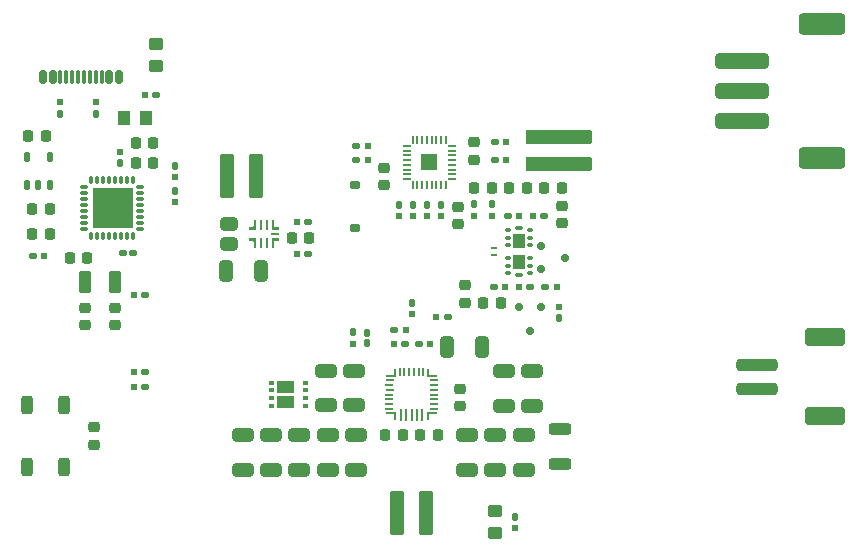
<source format=gbr>
%TF.GenerationSoftware,KiCad,Pcbnew,8.0.8+1*%
%TF.CreationDate,2025-01-21T14:06:51-05:00*%
%TF.ProjectId,powerSupplyBoard,706f7765-7253-4757-9070-6c79426f6172,02*%
%TF.SameCoordinates,Original*%
%TF.FileFunction,Paste,Top*%
%TF.FilePolarity,Positive*%
%FSLAX46Y46*%
G04 Gerber Fmt 4.6, Leading zero omitted, Abs format (unit mm)*
G04 Created by KiCad (PCBNEW 8.0.8+1) date 2025-01-21 14:06:51*
%MOMM*%
%LPD*%
G01*
G04 APERTURE LIST*
G04 Aperture macros list*
%AMRoundRect*
0 Rectangle with rounded corners*
0 $1 Rounding radius*
0 $2 $3 $4 $5 $6 $7 $8 $9 X,Y pos of 4 corners*
0 Add a 4 corners polygon primitive as box body*
4,1,4,$2,$3,$4,$5,$6,$7,$8,$9,$2,$3,0*
0 Add four circle primitives for the rounded corners*
1,1,$1+$1,$2,$3*
1,1,$1+$1,$4,$5*
1,1,$1+$1,$6,$7*
1,1,$1+$1,$8,$9*
0 Add four rect primitives between the rounded corners*
20,1,$1+$1,$2,$3,$4,$5,0*
20,1,$1+$1,$4,$5,$6,$7,0*
20,1,$1+$1,$6,$7,$8,$9,0*
20,1,$1+$1,$8,$9,$2,$3,0*%
%AMFreePoly0*
4,1,27,0.419134,0.596194,0.435355,0.585355,0.446194,0.569134,0.450000,0.550000,0.450000,-0.050000,0.446194,-0.069134,0.435355,-0.085355,0.419134,-0.096194,0.400000,-0.100000,-0.400000,-0.100000,-0.419134,-0.096194,-0.435355,-0.085355,-0.446194,-0.069134,-0.450000,-0.050000,-0.450000,0.050000,-0.446194,0.069134,-0.435355,0.085355,-0.419134,0.096194,-0.400000,0.100000,0.250000,0.100000,
0.250000,0.550000,0.253806,0.569134,0.264645,0.585355,0.280866,0.596194,0.300000,0.600000,0.400000,0.600000,0.419134,0.596194,0.419134,0.596194,$1*%
%AMFreePoly1*
4,1,27,0.419134,0.096194,0.435355,0.085355,0.446194,0.069134,0.450000,0.050000,0.450000,-0.550000,0.446194,-0.569134,0.435355,-0.585355,0.419134,-0.596194,0.400000,-0.600000,0.300000,-0.600000,0.280866,-0.596194,0.264645,-0.585355,0.253806,-0.569134,0.250000,-0.550000,0.250000,-0.100000,-0.400000,-0.100000,-0.419134,-0.096194,-0.435355,-0.085355,-0.446194,-0.069134,-0.450000,-0.050000,
-0.450000,0.050000,-0.446194,0.069134,-0.435355,0.085355,-0.419134,0.096194,-0.400000,0.100000,0.400000,0.100000,0.419134,0.096194,0.419134,0.096194,$1*%
%AMFreePoly2*
4,1,27,0.419134,0.096194,0.435355,0.085355,0.446194,0.069134,0.450000,0.050000,0.450000,-0.050000,0.446194,-0.069134,0.435355,-0.085355,0.419134,-0.096194,0.400000,-0.100000,-0.250000,-0.100000,-0.250000,-0.550000,-0.253806,-0.569134,-0.264645,-0.585355,-0.280866,-0.596194,-0.300000,-0.600000,-0.400000,-0.600000,-0.419134,-0.596194,-0.435355,-0.585355,-0.446194,-0.569134,-0.450000,-0.550000,
-0.450000,0.050000,-0.446194,0.069134,-0.435355,0.085355,-0.419134,0.096194,-0.400000,0.100000,0.400000,0.100000,0.419134,0.096194,0.419134,0.096194,$1*%
%AMFreePoly3*
4,1,27,-0.280866,0.596194,-0.264645,0.585355,-0.253806,0.569134,-0.250000,0.550000,-0.250000,0.100000,0.400000,0.100000,0.419134,0.096194,0.435355,0.085355,0.446194,0.069134,0.450000,0.050000,0.450000,-0.050000,0.446194,-0.069134,0.435355,-0.085355,0.419134,-0.096194,0.400000,-0.100000,-0.400000,-0.100000,-0.419134,-0.096194,-0.435355,-0.085355,-0.446194,-0.069134,-0.450000,-0.050000,
-0.450000,0.550000,-0.446194,0.569134,-0.435355,0.585355,-0.419134,0.596194,-0.400000,0.600000,-0.300000,0.600000,-0.280866,0.596194,-0.280866,0.596194,$1*%
%AMFreePoly4*
4,1,45,0.398918,0.120242,0.419194,0.106694,0.432742,0.086418,0.437500,0.062500,0.437500,-0.062500,0.432742,-0.086418,0.419194,-0.106694,0.398918,-0.120242,0.387500,-0.122513,0.387500,-0.457574,0.386539,-0.467331,0.384682,-0.476664,0.377216,-0.494688,0.374720,-0.498424,0.360925,-0.512219,0.357188,-0.514716,0.339164,-0.522182,0.329830,-0.524039,0.320075,-0.525000,0.204926,-0.525000,
0.195169,-0.524039,0.185836,-0.522182,0.167812,-0.514716,0.164076,-0.512220,0.150281,-0.498425,0.147784,-0.494688,0.140318,-0.476664,0.138461,-0.467330,0.137500,-0.457575,0.137500,-0.175000,0.135597,-0.155078,0.107500,-0.126903,0.087500,-0.125000,-0.375000,-0.125000,-0.398918,-0.120242,-0.419194,-0.106694,-0.432742,-0.086418,-0.437500,-0.062500,-0.437500,0.062500,-0.432742,0.086418,
-0.419194,0.106694,-0.398918,0.120242,-0.375000,0.125000,0.375000,0.125000,0.398918,0.120242,0.398918,0.120242,$1*%
%AMFreePoly5*
4,1,45,0.398918,0.120242,0.419194,0.106694,0.432742,0.086418,0.437500,0.062500,0.437500,-0.062500,0.432742,-0.086418,0.419194,-0.106694,0.398918,-0.120242,0.375000,-0.125000,-0.087500,-0.125000,-0.107500,-0.126903,-0.135597,-0.155078,-0.137500,-0.175000,-0.137500,-0.457575,-0.138461,-0.467330,-0.140318,-0.476664,-0.147784,-0.494688,-0.150281,-0.498425,-0.164076,-0.512220,-0.167812,-0.514716,
-0.185836,-0.522182,-0.195169,-0.524039,-0.204926,-0.525000,-0.320075,-0.525000,-0.329830,-0.524039,-0.339164,-0.522182,-0.357188,-0.514716,-0.360925,-0.512219,-0.374720,-0.498424,-0.377216,-0.494688,-0.384682,-0.476664,-0.386539,-0.467331,-0.387500,-0.457574,-0.387500,-0.122513,-0.398918,-0.120242,-0.419194,-0.106694,-0.432742,-0.086418,-0.437500,-0.062500,-0.437500,0.062500,-0.432742,0.086418,
-0.419194,0.106694,-0.398918,0.120242,-0.375000,0.125000,0.375000,0.125000,0.398918,0.120242,0.398918,0.120242,$1*%
%AMFreePoly6*
4,1,28,-0.201082,0.520242,-0.180806,0.506694,-0.167258,0.486418,-0.162500,0.462500,-0.162500,0.125000,0.350000,0.125000,0.373918,0.120242,0.394194,0.106694,0.407742,0.086418,0.412500,0.062500,0.412500,-0.062500,0.407742,-0.086418,0.394194,-0.106694,0.373918,-0.120242,0.350000,-0.125000,0.000000,-0.125000,-0.350000,-0.125000,-0.373918,-0.120242,-0.394194,-0.106694,-0.407742,-0.086418,
-0.412500,-0.062500,-0.412500,0.462500,-0.407742,0.486418,-0.394194,0.506694,-0.373918,0.520242,-0.350000,0.525000,-0.225000,0.525000,-0.201082,0.520242,-0.201082,0.520242,$1*%
%AMFreePoly7*
4,1,28,0.373918,0.520242,0.394194,0.506694,0.407742,0.486418,0.412500,0.462500,0.412500,-0.062500,0.407742,-0.086418,0.394194,-0.106694,0.373918,-0.120242,0.350000,-0.125000,0.000000,-0.125000,-0.350000,-0.125000,-0.373918,-0.120242,-0.394194,-0.106694,-0.407742,-0.086418,-0.412500,-0.062500,-0.412500,0.062500,-0.407742,0.086418,-0.394194,0.106694,-0.373918,0.120242,-0.350000,0.125000,
0.162500,0.125000,0.162500,0.462500,0.167258,0.486418,0.180806,0.506694,0.201082,0.520242,0.225000,0.525000,0.350000,0.525000,0.373918,0.520242,0.373918,0.520242,$1*%
G04 Aperture macros list end*
%ADD10RoundRect,0.275880X0.274120X-0.674120X0.274120X0.674120X-0.274120X0.674120X-0.274120X-0.674120X0*%
%ADD11RoundRect,0.137500X-0.137500X-0.152500X0.137500X-0.152500X0.137500X0.152500X-0.137500X0.152500X0*%
%ADD12RoundRect,0.145000X-0.155000X-0.145000X0.155000X-0.145000X0.155000X0.145000X-0.155000X0.145000X0*%
%ADD13RoundRect,0.217750X-0.267250X0.217750X-0.267250X-0.217750X0.267250X-0.217750X0.267250X0.217750X0*%
%ADD14RoundRect,0.275000X0.350000X-0.275000X0.350000X0.275000X-0.350000X0.275000X-0.350000X-0.275000X0*%
%ADD15RoundRect,0.137500X0.137500X0.152500X-0.137500X0.152500X-0.137500X-0.152500X0.137500X-0.152500X0*%
%ADD16RoundRect,0.145000X0.155000X0.145000X-0.155000X0.145000X-0.155000X-0.145000X0.155000X-0.145000X0*%
%ADD17RoundRect,0.217750X-0.217750X-0.267250X0.217750X-0.267250X0.217750X0.267250X-0.217750X0.267250X0*%
%ADD18RoundRect,0.137500X0.152500X-0.137500X0.152500X0.137500X-0.152500X0.137500X-0.152500X-0.137500X0*%
%ADD19RoundRect,0.145000X0.145000X-0.155000X0.145000X0.155000X-0.145000X0.155000X-0.145000X-0.155000X0*%
%ADD20RoundRect,0.217750X0.217750X0.267250X-0.217750X0.267250X-0.217750X-0.267250X0.217750X-0.267250X0*%
%ADD21RoundRect,0.217750X0.267250X-0.217750X0.267250X0.217750X-0.267250X0.217750X-0.267250X-0.217750X0*%
%ADD22RoundRect,0.291250X-0.616250X0.291250X-0.616250X-0.291250X0.616250X-0.291250X0.616250X0.291250X0*%
%ADD23RoundRect,0.250000X-2.575000X0.375000X-2.575000X-0.375000X2.575000X-0.375000X2.575000X0.375000X0*%
%ADD24RoundRect,0.150000X-0.150000X0.425000X-0.150000X-0.425000X0.150000X-0.425000X0.150000X0.425000X0*%
%ADD25RoundRect,0.075000X-0.075000X0.500000X-0.075000X-0.500000X0.075000X-0.500000X0.075000X0.500000X0*%
%ADD26RoundRect,0.275000X-0.350000X0.275000X-0.350000X-0.275000X0.350000X-0.275000X0.350000X0.275000X0*%
%ADD27RoundRect,0.291250X0.616250X-0.291250X0.616250X0.291250X-0.616250X0.291250X-0.616250X-0.291250X0*%
%ADD28RoundRect,0.137500X-0.152500X0.137500X-0.152500X-0.137500X0.152500X-0.137500X0.152500X0.137500X0*%
%ADD29RoundRect,0.145000X-0.145000X0.155000X-0.145000X-0.155000X0.145000X-0.155000X0.145000X0.155000X0*%
%ADD30RoundRect,0.145000X0.145000X-0.167500X0.145000X0.167500X-0.145000X0.167500X-0.145000X-0.167500X0*%
%ADD31RoundRect,0.062500X-0.187500X0.062500X-0.187500X-0.062500X0.187500X-0.062500X0.187500X0.062500X0*%
%ADD32RoundRect,0.087500X0.127500X0.087500X-0.127500X0.087500X-0.127500X-0.087500X0.127500X-0.087500X0*%
%ADD33RoundRect,0.275000X0.275000X0.350000X-0.275000X0.350000X-0.275000X-0.350000X0.275000X-0.350000X0*%
%ADD34RoundRect,0.087500X0.242500X0.087500X-0.242500X0.087500X-0.242500X-0.087500X0.242500X-0.087500X0*%
%ADD35FreePoly0,180.000000*%
%ADD36RoundRect,0.050000X0.250000X0.050000X-0.250000X0.050000X-0.250000X-0.050000X0.250000X-0.050000X0*%
%ADD37FreePoly1,180.000000*%
%ADD38RoundRect,0.050000X-0.050000X0.250000X-0.050000X-0.250000X0.050000X-0.250000X0.050000X0.250000X0*%
%ADD39FreePoly2,180.000000*%
%ADD40RoundRect,0.050000X-0.300000X-0.050000X0.300000X-0.050000X0.300000X0.050000X-0.300000X0.050000X0*%
%ADD41RoundRect,0.050000X-0.275000X-0.050000X0.275000X-0.050000X0.275000X0.050000X-0.275000X0.050000X0*%
%ADD42RoundRect,0.050000X-0.290000X-0.050000X0.290000X-0.050000X0.290000X0.050000X-0.290000X0.050000X0*%
%ADD43RoundRect,0.050000X-0.250000X-0.050000X0.250000X-0.050000X0.250000X0.050000X-0.250000X0.050000X0*%
%ADD44FreePoly3,180.000000*%
%ADD45RoundRect,0.050000X0.050000X-0.450000X0.050000X0.450000X-0.050000X0.450000X-0.050000X-0.450000X0*%
%ADD46RoundRect,0.050000X0.050000X-0.425000X0.050000X0.425000X-0.050000X0.425000X-0.050000X-0.425000X0*%
%ADD47RoundRect,0.278750X-0.453750X0.278750X-0.453750X-0.278750X0.453750X-0.278750X0.453750X0.278750X0*%
%ADD48RoundRect,0.150000X-0.200000X-0.150000X0.200000X-0.150000X0.200000X0.150000X-0.200000X0.150000X0*%
%ADD49RoundRect,0.250000X0.350000X-1.650000X0.350000X1.650000X-0.350000X1.650000X-0.350000X-1.650000X0*%
%ADD50RoundRect,0.250000X1.500000X-0.250000X1.500000X0.250000X-1.500000X0.250000X-1.500000X-0.250000X0*%
%ADD51RoundRect,0.250000X1.450000X-0.500000X1.450000X0.500000X-1.450000X0.500000X-1.450000X-0.500000X0*%
%ADD52RoundRect,0.137500X-0.137500X0.262500X-0.137500X-0.262500X0.137500X-0.262500X0.137500X0.262500X0*%
%ADD53RoundRect,0.062500X-0.062500X0.375000X-0.062500X-0.375000X0.062500X-0.375000X0.062500X0.375000X0*%
%ADD54FreePoly4,270.000000*%
%ADD55FreePoly5,270.000000*%
%ADD56FreePoly6,270.000000*%
%ADD57RoundRect,0.062500X-0.262500X-0.062500X0.262500X-0.062500X0.262500X0.062500X-0.262500X0.062500X0*%
%ADD58FreePoly7,270.000000*%
%ADD59RoundRect,0.087500X-0.127500X-0.087500X0.127500X-0.087500X0.127500X0.087500X-0.127500X0.087500X0*%
%ADD60RoundRect,0.275000X-0.275000X-0.350000X0.275000X-0.350000X0.275000X0.350000X-0.275000X0.350000X0*%
%ADD61RoundRect,0.087500X-0.242500X-0.087500X0.242500X-0.087500X0.242500X0.087500X-0.242500X0.087500X0*%
%ADD62RoundRect,0.150000X-0.150000X0.200000X-0.150000X-0.200000X0.150000X-0.200000X0.150000X0.200000X0*%
%ADD63RoundRect,0.250000X0.700000X-0.250000X0.700000X0.250000X-0.700000X0.250000X-0.700000X-0.250000X0*%
%ADD64RoundRect,0.250000X2.000000X-0.400000X2.000000X0.400000X-2.000000X0.400000X-2.000000X-0.400000X0*%
%ADD65RoundRect,0.250000X1.700000X-0.650000X1.700000X0.650000X-1.700000X0.650000X-1.700000X-0.650000X0*%
%ADD66RoundRect,0.190000X0.205000X-0.190000X0.205000X0.190000X-0.205000X0.190000X-0.205000X-0.190000X0*%
%ADD67RoundRect,0.250000X-0.250000X0.525000X-0.250000X-0.525000X0.250000X-0.525000X0.250000X0.525000X0*%
%ADD68RoundRect,0.291250X-0.291250X-0.616250X0.291250X-0.616250X0.291250X0.616250X-0.291250X0.616250X0*%
%ADD69RoundRect,0.050000X0.050000X-0.250000X0.050000X0.250000X-0.050000X0.250000X-0.050000X-0.250000X0*%
%ADD70RoundRect,0.050000X0.650000X0.650000X-0.650000X0.650000X-0.650000X-0.650000X0.650000X-0.650000X0*%
%ADD71RoundRect,0.291250X0.291250X0.616250X-0.291250X0.616250X-0.291250X-0.616250X0.291250X-0.616250X0*%
%ADD72RoundRect,0.145000X-0.167500X-0.145000X0.167500X-0.145000X0.167500X0.145000X-0.167500X0.145000X0*%
%ADD73RoundRect,0.075000X0.075000X-0.225000X0.075000X0.225000X-0.075000X0.225000X-0.075000X-0.225000X0*%
%ADD74RoundRect,0.075000X-0.225000X-0.075000X0.225000X-0.075000X0.225000X0.075000X-0.225000X0.075000X0*%
%ADD75RoundRect,0.075000X0.225000X0.075000X-0.225000X0.075000X-0.225000X-0.075000X0.225000X-0.075000X0*%
%ADD76RoundRect,0.250000X-1.475000X1.475000X-1.475000X-1.475000X1.475000X-1.475000X1.475000X1.475000X0*%
G04 APERTURE END LIST*
%TO.C,Q1*%
G36*
X132905000Y-115170000D02*
G01*
X133355000Y-115170000D01*
X133355000Y-114830000D01*
X132905000Y-114830000D01*
X132905000Y-115170000D01*
G37*
G36*
X132905000Y-115820000D02*
G01*
X133355000Y-115820000D01*
X133355000Y-115480000D01*
X132905000Y-115480000D01*
X132905000Y-115820000D01*
G37*
G36*
X132905000Y-116470000D02*
G01*
X133355000Y-116470000D01*
X133355000Y-116130000D01*
X132905000Y-116130000D01*
X132905000Y-116470000D01*
G37*
G36*
X132905000Y-117120000D02*
G01*
X133355000Y-117120000D01*
X133355000Y-116780000D01*
X132905000Y-116780000D01*
X132905000Y-117120000D01*
G37*
G36*
X133580000Y-115850000D02*
G01*
X135025000Y-115850000D01*
X135025000Y-114830000D01*
X133580000Y-114830000D01*
X133580000Y-115850000D01*
G37*
G36*
X133580000Y-117120000D02*
G01*
X135025000Y-117120000D01*
X135025000Y-116100000D01*
X133580000Y-116100000D01*
X133580000Y-117120000D01*
G37*
G36*
X135775000Y-115170000D02*
G01*
X136225000Y-115170000D01*
X136225000Y-114830000D01*
X135775000Y-114830000D01*
X135775000Y-115170000D01*
G37*
G36*
X135775000Y-115820000D02*
G01*
X136225000Y-115820000D01*
X136225000Y-115480000D01*
X135775000Y-115480000D01*
X135775000Y-115820000D01*
G37*
G36*
X135775000Y-116470000D02*
G01*
X136225000Y-116470000D01*
X136225000Y-116130000D01*
X135775000Y-116130000D01*
X135775000Y-116470000D01*
G37*
G36*
X135775000Y-117120000D02*
G01*
X136225000Y-117120000D01*
X136225000Y-116780000D01*
X135775000Y-116780000D01*
X135775000Y-117120000D01*
G37*
%TD*%
D10*
%TO.C,Y1*%
X117350000Y-106500000D03*
X119850000Y-106500000D03*
%TD*%
D11*
%TO.C,R26*%
X155250000Y-100900000D03*
D12*
X156205000Y-100900000D03*
%TD*%
D13*
%TO.C,C9*%
X119850000Y-108650000D03*
X119850000Y-110150000D03*
%TD*%
%TO.C,C36*%
X157700000Y-100000000D03*
X157700000Y-101500000D03*
%TD*%
D14*
%TO.C,D3*%
X152100000Y-125850000D03*
X152100000Y-127750000D03*
%TD*%
D15*
%TO.C,R10*%
X146590000Y-111700000D03*
D16*
X145635000Y-111700000D03*
%TD*%
D17*
%TO.C,C35*%
X156200000Y-98500000D03*
X157700000Y-98500000D03*
%TD*%
D18*
%TO.C,R11*%
X140000000Y-111690000D03*
D19*
X140000000Y-110735000D03*
%TD*%
D20*
%TO.C,C6*%
X114350000Y-102400000D03*
X112850000Y-102400000D03*
%TD*%
D21*
%TO.C,C32*%
X148900000Y-101600000D03*
X148900000Y-100100000D03*
%TD*%
D22*
%TO.C,C23*%
X149700000Y-119425000D03*
X149700000Y-122375000D03*
%TD*%
D18*
%TO.C,R17*%
X151775000Y-100855000D03*
D19*
X151775000Y-99900000D03*
%TD*%
D11*
%TO.C,R13*%
X147110000Y-109400000D03*
D12*
X148065000Y-109400000D03*
%TD*%
D23*
%TO.C,R19*%
X157500000Y-94225000D03*
X157500000Y-96475000D03*
%TD*%
D15*
%TO.C,R25*%
X154105000Y-100900000D03*
D16*
X153150000Y-100900000D03*
%TD*%
D24*
%TO.C,J1*%
X120200000Y-89150000D03*
X119400000Y-89150000D03*
D25*
X118250000Y-89150000D03*
X117250000Y-89150000D03*
X116750000Y-89150000D03*
X115750000Y-89150000D03*
D24*
X114600000Y-89150000D03*
X113800000Y-89150000D03*
X113800000Y-89150000D03*
X114600000Y-89150000D03*
D25*
X115250000Y-89150000D03*
X116250000Y-89150000D03*
X117750000Y-89150000D03*
X118750000Y-89150000D03*
D24*
X119400000Y-89150000D03*
X120200000Y-89150000D03*
%TD*%
D18*
%TO.C,R27*%
X147500000Y-100925000D03*
D19*
X147500000Y-99970000D03*
%TD*%
D15*
%TO.C,R23*%
X141290000Y-94950000D03*
D16*
X140335000Y-94950000D03*
%TD*%
D15*
%TO.C,R24*%
X141290000Y-96150000D03*
D16*
X140335000Y-96150000D03*
%TD*%
D22*
%TO.C,C29*%
X140300000Y-119425000D03*
X140300000Y-122375000D03*
%TD*%
D21*
%TO.C,C13*%
X149100000Y-117000000D03*
X149100000Y-115500000D03*
%TD*%
D26*
%TO.C,D1*%
X123400000Y-88200000D03*
X123400000Y-86300000D03*
%TD*%
D22*
%TO.C,C21*%
X152100000Y-119425000D03*
X152100000Y-122375000D03*
%TD*%
D27*
%TO.C,C26*%
X137750000Y-116925000D03*
X137750000Y-113975000D03*
%TD*%
D18*
%TO.C,R12*%
X145050000Y-109190000D03*
D19*
X145050000Y-108235000D03*
%TD*%
D28*
%TO.C,R33*%
X157500000Y-108600000D03*
D29*
X157500000Y-109555000D03*
%TD*%
D30*
%TO.C,C17*%
X141250000Y-111637000D03*
X141250000Y-110763000D03*
%TD*%
D28*
%TO.C,R2*%
X115250000Y-91260000D03*
D29*
X115250000Y-92215000D03*
%TD*%
D31*
%TO.C,TH1*%
X151950000Y-103575000D03*
X151950000Y-104225000D03*
%TD*%
D17*
%TO.C,C5*%
X121650000Y-96400000D03*
X123150000Y-96400000D03*
%TD*%
D27*
%TO.C,C12*%
X155200000Y-116975000D03*
X155200000Y-114025000D03*
%TD*%
D17*
%TO.C,C40*%
X134850000Y-102750000D03*
X136350000Y-102750000D03*
%TD*%
D21*
%TO.C,C34*%
X142700000Y-98300000D03*
X142700000Y-96800000D03*
%TD*%
D32*
%TO.C,Q4*%
X155050000Y-104435000D03*
X155050000Y-105085000D03*
X155050000Y-105735000D03*
X153150000Y-105735000D03*
X153150000Y-105085000D03*
X153150000Y-104435000D03*
D33*
X154100000Y-104800000D03*
D34*
X154100000Y-105860000D03*
%TD*%
D35*
%TO.C,U3*%
X146750000Y-117600000D03*
D36*
X146900000Y-117200000D03*
X146900000Y-116800000D03*
X146900000Y-116400000D03*
X146900000Y-116000000D03*
X146900000Y-115600000D03*
X146900000Y-115200000D03*
X146900000Y-114800000D03*
D37*
X146750000Y-114400000D03*
D38*
X146000000Y-114100000D03*
X145600000Y-114100000D03*
X145200000Y-114100000D03*
X144800000Y-114100000D03*
X144400000Y-114100000D03*
X144000000Y-114100000D03*
D39*
X143250000Y-114400000D03*
D40*
X143150000Y-114800000D03*
D41*
X143125000Y-115200000D03*
D42*
X143137500Y-115600000D03*
D43*
X143100000Y-116000000D03*
X143100000Y-116400000D03*
X143100000Y-116800000D03*
X143100000Y-117200000D03*
D44*
X143250000Y-117600000D03*
D45*
X144100000Y-117700000D03*
X144550000Y-117700000D03*
X145000000Y-117700000D03*
X145450000Y-117700000D03*
D46*
X145900000Y-117725000D03*
%TD*%
D22*
%TO.C,C22*%
X137900000Y-119425000D03*
X137900000Y-122375000D03*
%TD*%
D11*
%TO.C,R8*%
X121510000Y-107600000D03*
D12*
X122465000Y-107600000D03*
%TD*%
D18*
%TO.C,R31*%
X145100000Y-100925000D03*
D19*
X145100000Y-99970000D03*
%TD*%
D22*
%TO.C,C25*%
X154500000Y-119425000D03*
X154500000Y-122375000D03*
%TD*%
D17*
%TO.C,C1*%
X112550000Y-94150000D03*
X114050000Y-94150000D03*
%TD*%
D47*
%TO.C,C41*%
X129525000Y-101550000D03*
X129525000Y-103250000D03*
%TD*%
D48*
%TO.C,Q3*%
X156000000Y-103450000D03*
X156000000Y-105350000D03*
X158000000Y-104400000D03*
%TD*%
D11*
%TO.C,R3*%
X122445000Y-90600000D03*
D12*
X123400000Y-90600000D03*
%TD*%
D20*
%TO.C,C4*%
X117550000Y-104400000D03*
X116050000Y-104400000D03*
%TD*%
D11*
%TO.C,R35*%
X135260000Y-104125000D03*
D12*
X136215000Y-104125000D03*
%TD*%
D15*
%TO.C,R34*%
X152940000Y-106900000D03*
D16*
X151985000Y-106900000D03*
%TD*%
D49*
%TO.C,L1*%
X146225000Y-126000000D03*
X143775000Y-126000000D03*
%TD*%
D17*
%TO.C,C18*%
X142750000Y-119400000D03*
X144250000Y-119400000D03*
%TD*%
D15*
%TO.C,R5*%
X113890000Y-104300000D03*
D16*
X112935000Y-104300000D03*
%TD*%
D15*
%TO.C,R29*%
X157290000Y-106900000D03*
D16*
X156335000Y-106900000D03*
%TD*%
D33*
%TO.C,D2*%
X120650000Y-92600000D03*
X122550000Y-92600000D03*
%TD*%
D50*
%TO.C,J4*%
X174250000Y-115500000D03*
X174250000Y-113500000D03*
D51*
X180000000Y-117850000D03*
X180000000Y-111150000D03*
%TD*%
D49*
%TO.C,L2*%
X131825000Y-97500000D03*
X129375000Y-97500000D03*
%TD*%
D52*
%TO.C,U1*%
X114350000Y-95900000D03*
X112450000Y-95900000D03*
X112450000Y-98300000D03*
X113400000Y-98300000D03*
X114350000Y-98300000D03*
%TD*%
D53*
%TO.C,U5*%
X132750000Y-101637500D03*
X132250000Y-101637500D03*
D54*
X131750000Y-101637500D03*
D55*
X131750000Y-103162500D03*
D53*
X132250000Y-103162500D03*
X132750000Y-103162500D03*
D56*
X133250000Y-103182500D03*
D57*
X133450000Y-102400000D03*
D58*
X133250000Y-101617500D03*
%TD*%
D15*
%TO.C,R22*%
X152990000Y-96100000D03*
D16*
X152035000Y-96100000D03*
%TD*%
D11*
%TO.C,R6*%
X121500000Y-115350000D03*
D12*
X122455000Y-115350000D03*
%TD*%
D17*
%TO.C,C31*%
X153250000Y-98500000D03*
X154750000Y-98500000D03*
%TD*%
D22*
%TO.C,C20*%
X133100000Y-119425000D03*
X133100000Y-122375000D03*
%TD*%
D59*
%TO.C,Q2*%
X153150000Y-103365000D03*
X153150000Y-102715000D03*
X153150000Y-102065000D03*
X155050000Y-102065000D03*
X155050000Y-102715000D03*
X155050000Y-103365000D03*
D60*
X154100000Y-103000000D03*
D61*
X154100000Y-101940000D03*
%TD*%
D13*
%TO.C,C10*%
X118100000Y-118750000D03*
X118100000Y-120250000D03*
%TD*%
D17*
%TO.C,C2*%
X121650000Y-94700000D03*
X123150000Y-94700000D03*
%TD*%
D18*
%TO.C,R9*%
X153800000Y-127290000D03*
D19*
X153800000Y-126335000D03*
%TD*%
D62*
%TO.C,Q5*%
X156000000Y-108600000D03*
X154100000Y-108600000D03*
X155050000Y-110600000D03*
%TD*%
D15*
%TO.C,R14*%
X144490000Y-110500000D03*
D16*
X143535000Y-110500000D03*
%TD*%
D20*
%TO.C,C3*%
X114350000Y-100250000D03*
X112850000Y-100250000D03*
%TD*%
D27*
%TO.C,C28*%
X140150000Y-116925000D03*
X140150000Y-113975000D03*
%TD*%
D28*
%TO.C,R4*%
X120300000Y-95450000D03*
D29*
X120300000Y-96405000D03*
%TD*%
D22*
%TO.C,C27*%
X130700000Y-119425000D03*
X130700000Y-122375000D03*
%TD*%
D63*
%TO.C,F1*%
X157550000Y-121900000D03*
X157550000Y-118900000D03*
%TD*%
D11*
%TO.C,R32*%
X154100000Y-106900000D03*
D12*
X155055000Y-106900000D03*
%TD*%
D64*
%TO.C,J6*%
X172950000Y-92800000D03*
X172950000Y-90300000D03*
X172950000Y-87800000D03*
D65*
X179750000Y-96000000D03*
X179750000Y-84600000D03*
%TD*%
D13*
%TO.C,C7*%
X117350000Y-108650000D03*
X117350000Y-110150000D03*
%TD*%
D66*
%TO.C,D4*%
X140200000Y-101910000D03*
X140200000Y-98300000D03*
%TD*%
D18*
%TO.C,R18*%
X124950000Y-99690000D03*
D19*
X124950000Y-98735000D03*
%TD*%
D20*
%TO.C,C37*%
X152550000Y-108250000D03*
X151050000Y-108250000D03*
%TD*%
D13*
%TO.C,C33*%
X150325000Y-94600000D03*
X150325000Y-96100000D03*
%TD*%
D67*
%TO.C,SW2*%
X115600000Y-116875000D03*
X115600000Y-122125000D03*
X112400000Y-116875000D03*
X112400000Y-122125000D03*
%TD*%
D68*
%TO.C,C14*%
X148025000Y-112000000D03*
X150975000Y-112000000D03*
%TD*%
D36*
%TO.C,U4*%
X148400000Y-97750000D03*
X148400000Y-97350000D03*
X148400000Y-96950000D03*
X148400000Y-96550000D03*
X148400000Y-96150000D03*
X148400000Y-95750000D03*
X148400000Y-95350000D03*
X148400000Y-94950000D03*
D69*
X147900000Y-94450000D03*
X147500000Y-94450000D03*
X147100000Y-94450000D03*
X146700000Y-94450000D03*
X146300000Y-94450000D03*
X145900000Y-94450000D03*
X145500000Y-94450000D03*
X145100000Y-94450000D03*
D36*
X144600000Y-94950000D03*
X144600000Y-95350000D03*
X144600000Y-95750000D03*
X144600000Y-96150000D03*
X144600000Y-96550000D03*
X144600000Y-96950000D03*
X144600000Y-97350000D03*
X144600000Y-97750000D03*
D38*
X145100000Y-98250000D03*
X145500000Y-98250000D03*
X145900000Y-98250000D03*
X146300000Y-98250000D03*
X146700000Y-98250000D03*
X147100000Y-98250000D03*
X147500000Y-98250000D03*
X147900000Y-98250000D03*
D70*
X146500000Y-96350000D03*
%TD*%
D71*
%TO.C,C39*%
X132275000Y-105500000D03*
X129325000Y-105500000D03*
%TD*%
D18*
%TO.C,R30*%
X143900000Y-100925000D03*
D19*
X143900000Y-99970000D03*
%TD*%
D18*
%TO.C,R16*%
X150275000Y-100855000D03*
D19*
X150275000Y-99900000D03*
%TD*%
D17*
%TO.C,C30*%
X150275000Y-98500000D03*
X151775000Y-98500000D03*
%TD*%
D11*
%TO.C,R7*%
X121510000Y-114100000D03*
D12*
X122465000Y-114100000D03*
%TD*%
D22*
%TO.C,C24*%
X135500000Y-119425000D03*
X135500000Y-122375000D03*
%TD*%
D11*
%TO.C,R15*%
X143510000Y-111700000D03*
D12*
X144465000Y-111700000D03*
%TD*%
D21*
%TO.C,C38*%
X149500000Y-108250000D03*
X149500000Y-106750000D03*
%TD*%
D72*
%TO.C,C8*%
X120563000Y-104000000D03*
X121437000Y-104000000D03*
%TD*%
D28*
%TO.C,R1*%
X118250000Y-91260000D03*
D29*
X118250000Y-92215000D03*
%TD*%
D11*
%TO.C,R36*%
X135260000Y-101375000D03*
D12*
X136215000Y-101375000D03*
%TD*%
D18*
%TO.C,R28*%
X146300000Y-100925000D03*
D19*
X146300000Y-99970000D03*
%TD*%
D15*
%TO.C,R21*%
X152990000Y-94600000D03*
D16*
X152035000Y-94600000D03*
%TD*%
D20*
%TO.C,C19*%
X147250000Y-119400000D03*
X145750000Y-119400000D03*
%TD*%
D18*
%TO.C,R20*%
X124950000Y-97590000D03*
D19*
X124950000Y-96635000D03*
%TD*%
D73*
%TO.C,U2*%
X117900000Y-102550000D03*
X118400000Y-102550000D03*
X118900000Y-102550000D03*
X119400000Y-102550000D03*
X119900000Y-102550000D03*
X120400000Y-102550000D03*
X120900000Y-102550000D03*
X121400000Y-102550000D03*
D74*
X122000000Y-101950000D03*
X122000000Y-101450000D03*
X122000000Y-100950000D03*
X122000000Y-100450000D03*
X122000000Y-99950000D03*
X122000000Y-99450000D03*
X122000000Y-98950000D03*
X122000000Y-98450000D03*
D73*
X121400000Y-97850000D03*
X120900000Y-97850000D03*
X120400000Y-97850000D03*
X119900000Y-97850000D03*
X119400000Y-97850000D03*
X118900000Y-97850000D03*
X118400000Y-97850000D03*
X117900000Y-97850000D03*
D75*
X117300000Y-98450000D03*
X117300000Y-98950000D03*
X117300000Y-99450000D03*
X117300000Y-99950000D03*
X117300000Y-100450000D03*
X117300000Y-100950000D03*
X117300000Y-101450000D03*
X117300000Y-101950000D03*
D76*
X119700000Y-100200000D03*
%TD*%
D27*
%TO.C,C11*%
X152800000Y-116975000D03*
X152800000Y-114025000D03*
%TD*%
M02*

</source>
